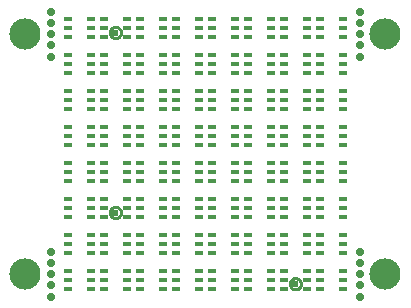
<source format=gbr>
G04 EAGLE Gerber RS-274X export*
G75*
%MOMM*%
%FSLAX34Y34*%
%LPD*%
%INSoldermask Top*%
%IPPOS*%
%AMOC8*
5,1,8,0,0,1.08239X$1,22.5*%
G01*
%ADD10C,2.641600*%
%ADD11C,0.701600*%
%ADD12R,0.801600X0.451600*%
%ADD13C,0.601600*%
%ADD14C,0.250000*%


D10*
X-25400Y25400D03*
D11*
X-3810Y6350D03*
X-3810Y15875D03*
X-3810Y25400D03*
X-3810Y44450D03*
X-3810Y34925D03*
D10*
X-25400Y228600D03*
D11*
X-3810Y209550D03*
X-3810Y219075D03*
X-3810Y228600D03*
X-3810Y247650D03*
X-3810Y238125D03*
D10*
X279400Y228600D03*
D11*
X257810Y247650D03*
X257810Y238125D03*
X257810Y228600D03*
X257810Y209550D03*
X257810Y219075D03*
D10*
X279400Y25400D03*
D11*
X257810Y44450D03*
X257810Y34925D03*
X257810Y25400D03*
X257810Y6350D03*
X257810Y15875D03*
D12*
X243180Y226180D03*
X243180Y233680D03*
X243180Y241180D03*
X224180Y241180D03*
X224180Y233680D03*
X224180Y226180D03*
X212700Y226180D03*
X212700Y233680D03*
X212700Y241180D03*
X193700Y241180D03*
X193700Y233680D03*
X193700Y226180D03*
X182220Y226180D03*
X182220Y233680D03*
X182220Y241180D03*
X163220Y241180D03*
X163220Y233680D03*
X163220Y226180D03*
X151740Y226180D03*
X151740Y233680D03*
X151740Y241180D03*
X132740Y241180D03*
X132740Y233680D03*
X132740Y226180D03*
X121260Y226180D03*
X121260Y233680D03*
X121260Y241180D03*
X102260Y241180D03*
X102260Y233680D03*
X102260Y226180D03*
X90780Y226180D03*
X90780Y233680D03*
X90780Y241180D03*
X71780Y241180D03*
X71780Y233680D03*
X71780Y226180D03*
X60300Y226180D03*
X60300Y233680D03*
X60300Y241180D03*
X41300Y241180D03*
X41300Y233680D03*
X41300Y226180D03*
X29820Y226180D03*
X29820Y233680D03*
X29820Y241180D03*
X10820Y241180D03*
X10820Y233680D03*
X10820Y226180D03*
X243180Y195700D03*
X243180Y203200D03*
X243180Y210700D03*
X224180Y210700D03*
X224180Y203200D03*
X224180Y195700D03*
X212700Y195700D03*
X212700Y203200D03*
X212700Y210700D03*
X193700Y210700D03*
X193700Y203200D03*
X193700Y195700D03*
X182220Y195700D03*
X182220Y203200D03*
X182220Y210700D03*
X163220Y210700D03*
X163220Y203200D03*
X163220Y195700D03*
X151740Y195700D03*
X151740Y203200D03*
X151740Y210700D03*
X132740Y210700D03*
X132740Y203200D03*
X132740Y195700D03*
X121260Y195700D03*
X121260Y203200D03*
X121260Y210700D03*
X102260Y210700D03*
X102260Y203200D03*
X102260Y195700D03*
X90780Y195700D03*
X90780Y203200D03*
X90780Y210700D03*
X71780Y210700D03*
X71780Y203200D03*
X71780Y195700D03*
X60300Y195700D03*
X60300Y203200D03*
X60300Y210700D03*
X41300Y210700D03*
X41300Y203200D03*
X41300Y195700D03*
X29820Y195700D03*
X29820Y203200D03*
X29820Y210700D03*
X10820Y210700D03*
X10820Y203200D03*
X10820Y195700D03*
X243180Y165220D03*
X243180Y172720D03*
X243180Y180220D03*
X224180Y180220D03*
X224180Y172720D03*
X224180Y165220D03*
X212700Y165220D03*
X212700Y172720D03*
X212700Y180220D03*
X193700Y180220D03*
X193700Y172720D03*
X193700Y165220D03*
X182220Y165220D03*
X182220Y172720D03*
X182220Y180220D03*
X163220Y180220D03*
X163220Y172720D03*
X163220Y165220D03*
X151740Y165220D03*
X151740Y172720D03*
X151740Y180220D03*
X132740Y180220D03*
X132740Y172720D03*
X132740Y165220D03*
X121260Y165220D03*
X121260Y172720D03*
X121260Y180220D03*
X102260Y180220D03*
X102260Y172720D03*
X102260Y165220D03*
X90780Y165220D03*
X90780Y172720D03*
X90780Y180220D03*
X71780Y180220D03*
X71780Y172720D03*
X71780Y165220D03*
X60300Y165220D03*
X60300Y172720D03*
X60300Y180220D03*
X41300Y180220D03*
X41300Y172720D03*
X41300Y165220D03*
X29820Y165220D03*
X29820Y172720D03*
X29820Y180220D03*
X10820Y180220D03*
X10820Y172720D03*
X10820Y165220D03*
X243180Y134740D03*
X243180Y142240D03*
X243180Y149740D03*
X224180Y149740D03*
X224180Y142240D03*
X224180Y134740D03*
X212700Y134740D03*
X212700Y142240D03*
X212700Y149740D03*
X193700Y149740D03*
X193700Y142240D03*
X193700Y134740D03*
X182220Y134740D03*
X182220Y142240D03*
X182220Y149740D03*
X163220Y149740D03*
X163220Y142240D03*
X163220Y134740D03*
X151740Y134740D03*
X151740Y142240D03*
X151740Y149740D03*
X132740Y149740D03*
X132740Y142240D03*
X132740Y134740D03*
X121260Y134740D03*
X121260Y142240D03*
X121260Y149740D03*
X102260Y149740D03*
X102260Y142240D03*
X102260Y134740D03*
X90780Y134740D03*
X90780Y142240D03*
X90780Y149740D03*
X71780Y149740D03*
X71780Y142240D03*
X71780Y134740D03*
X60300Y134740D03*
X60300Y142240D03*
X60300Y149740D03*
X41300Y149740D03*
X41300Y142240D03*
X41300Y134740D03*
X29820Y134740D03*
X29820Y142240D03*
X29820Y149740D03*
X10820Y149740D03*
X10820Y142240D03*
X10820Y134740D03*
X243180Y104260D03*
X243180Y111760D03*
X243180Y119260D03*
X224180Y119260D03*
X224180Y111760D03*
X224180Y104260D03*
X212700Y104260D03*
X212700Y111760D03*
X212700Y119260D03*
X193700Y119260D03*
X193700Y111760D03*
X193700Y104260D03*
X182220Y104260D03*
X182220Y111760D03*
X182220Y119260D03*
X163220Y119260D03*
X163220Y111760D03*
X163220Y104260D03*
X151740Y104260D03*
X151740Y111760D03*
X151740Y119260D03*
X132740Y119260D03*
X132740Y111760D03*
X132740Y104260D03*
X121260Y104260D03*
X121260Y111760D03*
X121260Y119260D03*
X102260Y119260D03*
X102260Y111760D03*
X102260Y104260D03*
X90780Y104260D03*
X90780Y111760D03*
X90780Y119260D03*
X71780Y119260D03*
X71780Y111760D03*
X71780Y104260D03*
X60300Y104260D03*
X60300Y111760D03*
X60300Y119260D03*
X41300Y119260D03*
X41300Y111760D03*
X41300Y104260D03*
X29820Y104260D03*
X29820Y111760D03*
X29820Y119260D03*
X10820Y119260D03*
X10820Y111760D03*
X10820Y104260D03*
X243180Y73780D03*
X243180Y81280D03*
X243180Y88780D03*
X224180Y88780D03*
X224180Y81280D03*
X224180Y73780D03*
X212700Y73780D03*
X212700Y81280D03*
X212700Y88780D03*
X193700Y88780D03*
X193700Y81280D03*
X193700Y73780D03*
X182220Y73780D03*
X182220Y81280D03*
X182220Y88780D03*
X163220Y88780D03*
X163220Y81280D03*
X163220Y73780D03*
X151740Y73780D03*
X151740Y81280D03*
X151740Y88780D03*
X132740Y88780D03*
X132740Y81280D03*
X132740Y73780D03*
X121260Y73780D03*
X121260Y81280D03*
X121260Y88780D03*
X102260Y88780D03*
X102260Y81280D03*
X102260Y73780D03*
X90780Y73780D03*
X90780Y81280D03*
X90780Y88780D03*
X71780Y88780D03*
X71780Y81280D03*
X71780Y73780D03*
X60300Y73780D03*
X60300Y81280D03*
X60300Y88780D03*
X41300Y88780D03*
X41300Y81280D03*
X41300Y73780D03*
X29820Y73780D03*
X29820Y81280D03*
X29820Y88780D03*
X10820Y88780D03*
X10820Y81280D03*
X10820Y73780D03*
X243180Y43300D03*
X243180Y50800D03*
X243180Y58300D03*
X224180Y58300D03*
X224180Y50800D03*
X224180Y43300D03*
X212700Y43300D03*
X212700Y50800D03*
X212700Y58300D03*
X193700Y58300D03*
X193700Y50800D03*
X193700Y43300D03*
X182220Y43300D03*
X182220Y50800D03*
X182220Y58300D03*
X163220Y58300D03*
X163220Y50800D03*
X163220Y43300D03*
X151740Y43300D03*
X151740Y50800D03*
X151740Y58300D03*
X132740Y58300D03*
X132740Y50800D03*
X132740Y43300D03*
X121260Y43300D03*
X121260Y50800D03*
X121260Y58300D03*
X102260Y58300D03*
X102260Y50800D03*
X102260Y43300D03*
X90780Y43300D03*
X90780Y50800D03*
X90780Y58300D03*
X71780Y58300D03*
X71780Y50800D03*
X71780Y43300D03*
X60300Y43300D03*
X60300Y50800D03*
X60300Y58300D03*
X41300Y58300D03*
X41300Y50800D03*
X41300Y43300D03*
X29820Y43300D03*
X29820Y50800D03*
X29820Y58300D03*
X10820Y58300D03*
X10820Y50800D03*
X10820Y43300D03*
X243180Y12820D03*
X243180Y20320D03*
X243180Y27820D03*
X224180Y27820D03*
X224180Y20320D03*
X224180Y12820D03*
X212700Y12820D03*
X212700Y20320D03*
X212700Y27820D03*
X193700Y27820D03*
X193700Y20320D03*
X193700Y12820D03*
X182220Y12820D03*
X182220Y20320D03*
X182220Y27820D03*
X163220Y27820D03*
X163220Y20320D03*
X163220Y12820D03*
X151740Y12820D03*
X151740Y20320D03*
X151740Y27820D03*
X132740Y27820D03*
X132740Y20320D03*
X132740Y12820D03*
X121260Y12820D03*
X121260Y20320D03*
X121260Y27820D03*
X102260Y27820D03*
X102260Y20320D03*
X102260Y12820D03*
X90780Y12820D03*
X90780Y20320D03*
X90780Y27820D03*
X71780Y27820D03*
X71780Y20320D03*
X71780Y12820D03*
X60300Y12820D03*
X60300Y20320D03*
X60300Y27820D03*
X41300Y27820D03*
X41300Y20320D03*
X41300Y12820D03*
X29820Y12820D03*
X29820Y20320D03*
X29820Y27820D03*
X10820Y27820D03*
X10820Y20320D03*
X10820Y12820D03*
D13*
X50800Y229870D03*
D14*
X50800Y234620D02*
X50664Y234618D01*
X50529Y234612D01*
X50394Y234603D01*
X50259Y234589D01*
X50124Y234572D01*
X49990Y234550D01*
X49857Y234525D01*
X49724Y234497D01*
X49592Y234464D01*
X49462Y234428D01*
X49332Y234388D01*
X49204Y234344D01*
X49077Y234296D01*
X48951Y234245D01*
X48827Y234191D01*
X48704Y234133D01*
X48583Y234071D01*
X48464Y234006D01*
X48347Y233938D01*
X48232Y233866D01*
X48119Y233791D01*
X48008Y233713D01*
X47899Y233632D01*
X47793Y233547D01*
X47689Y233460D01*
X47588Y233370D01*
X47490Y233276D01*
X47394Y233180D01*
X47300Y233082D01*
X47210Y232981D01*
X47123Y232877D01*
X47038Y232771D01*
X46957Y232662D01*
X46879Y232551D01*
X46804Y232438D01*
X46732Y232323D01*
X46664Y232206D01*
X46599Y232087D01*
X46537Y231966D01*
X46479Y231843D01*
X46425Y231719D01*
X46374Y231593D01*
X46326Y231466D01*
X46282Y231338D01*
X46242Y231208D01*
X46206Y231078D01*
X46173Y230946D01*
X46145Y230813D01*
X46120Y230680D01*
X46098Y230546D01*
X46081Y230411D01*
X46067Y230276D01*
X46058Y230141D01*
X46052Y230006D01*
X46050Y229870D01*
X50800Y234620D02*
X50937Y234615D01*
X51073Y234606D01*
X51209Y234593D01*
X51345Y234576D01*
X51480Y234555D01*
X51615Y234531D01*
X51749Y234502D01*
X51882Y234470D01*
X52014Y234435D01*
X52145Y234395D01*
X52275Y234352D01*
X52403Y234306D01*
X52530Y234255D01*
X52656Y234201D01*
X52780Y234144D01*
X52903Y234083D01*
X53024Y234019D01*
X53143Y233952D01*
X53260Y233881D01*
X53375Y233807D01*
X53488Y233729D01*
X53598Y233649D01*
X53707Y233565D01*
X53812Y233479D01*
X53916Y233389D01*
X54017Y233297D01*
X54115Y233202D01*
X54211Y233104D01*
X54304Y233004D01*
X54394Y232900D01*
X54481Y232795D01*
X54565Y232687D01*
X54646Y232577D01*
X54724Y232464D01*
X54798Y232350D01*
X54870Y232233D01*
X54938Y232114D01*
X55003Y231994D01*
X55064Y231872D01*
X55122Y231748D01*
X55176Y231622D01*
X55227Y231495D01*
X55274Y231367D01*
X55318Y231237D01*
X55358Y231106D01*
X55394Y230975D01*
X55427Y230842D01*
X55456Y230708D01*
X55481Y230574D01*
X55502Y230438D01*
X55520Y230303D01*
X55534Y230167D01*
X55544Y230030D01*
X55550Y229894D01*
X55552Y229757D01*
X55550Y229620D01*
X55545Y229486D01*
X55535Y229351D01*
X55522Y229217D01*
X55505Y229084D01*
X55483Y228951D01*
X55458Y228819D01*
X55429Y228687D01*
X55397Y228557D01*
X55360Y228427D01*
X55320Y228299D01*
X55276Y228171D01*
X55229Y228046D01*
X55177Y227921D01*
X55123Y227798D01*
X55064Y227677D01*
X55002Y227557D01*
X54937Y227440D01*
X54868Y227324D01*
X54796Y227210D01*
X54721Y227099D01*
X54642Y226990D01*
X54560Y226883D01*
X54476Y226778D01*
X54388Y226676D01*
X54297Y226577D01*
X54204Y226480D01*
X54107Y226386D01*
X54008Y226295D01*
X53907Y226207D01*
X53802Y226121D01*
X53696Y226039D01*
X53587Y225960D01*
X53476Y225884D01*
X53362Y225812D01*
X53247Y225743D01*
X53129Y225677D01*
X53010Y225614D01*
X52889Y225556D01*
X52766Y225500D01*
X52642Y225448D01*
X52517Y225400D01*
X52389Y225356D01*
X52261Y225315D01*
X52132Y225278D01*
X52001Y225245D01*
X51870Y225216D01*
X51738Y225190D01*
X51605Y225168D01*
X51472Y225150D01*
X51338Y225136D01*
X51204Y225126D01*
X51069Y225120D01*
X50935Y225118D01*
X50800Y225120D01*
X50664Y225122D01*
X50529Y225128D01*
X50394Y225137D01*
X50259Y225151D01*
X50124Y225168D01*
X49990Y225190D01*
X49857Y225215D01*
X49724Y225243D01*
X49592Y225276D01*
X49462Y225312D01*
X49332Y225352D01*
X49204Y225396D01*
X49077Y225444D01*
X48951Y225495D01*
X48827Y225549D01*
X48704Y225607D01*
X48583Y225669D01*
X48464Y225734D01*
X48347Y225802D01*
X48232Y225874D01*
X48119Y225949D01*
X48008Y226027D01*
X47899Y226108D01*
X47793Y226193D01*
X47689Y226280D01*
X47588Y226370D01*
X47490Y226464D01*
X47394Y226560D01*
X47300Y226658D01*
X47210Y226759D01*
X47123Y226863D01*
X47038Y226969D01*
X46957Y227078D01*
X46879Y227189D01*
X46804Y227302D01*
X46732Y227417D01*
X46664Y227534D01*
X46599Y227653D01*
X46537Y227774D01*
X46479Y227897D01*
X46425Y228021D01*
X46374Y228147D01*
X46326Y228274D01*
X46282Y228402D01*
X46242Y228532D01*
X46206Y228662D01*
X46173Y228794D01*
X46145Y228927D01*
X46120Y229060D01*
X46098Y229194D01*
X46081Y229329D01*
X46067Y229464D01*
X46058Y229599D01*
X46052Y229734D01*
X46050Y229870D01*
D13*
X203200Y17145D03*
D14*
X203200Y21895D02*
X203064Y21893D01*
X202929Y21887D01*
X202794Y21878D01*
X202659Y21864D01*
X202524Y21847D01*
X202390Y21825D01*
X202257Y21800D01*
X202124Y21772D01*
X201992Y21739D01*
X201862Y21703D01*
X201732Y21663D01*
X201604Y21619D01*
X201477Y21571D01*
X201351Y21520D01*
X201227Y21466D01*
X201104Y21408D01*
X200983Y21346D01*
X200864Y21281D01*
X200747Y21213D01*
X200632Y21141D01*
X200519Y21066D01*
X200408Y20988D01*
X200299Y20907D01*
X200193Y20822D01*
X200089Y20735D01*
X199988Y20645D01*
X199890Y20551D01*
X199794Y20455D01*
X199700Y20357D01*
X199610Y20256D01*
X199523Y20152D01*
X199438Y20046D01*
X199357Y19937D01*
X199279Y19826D01*
X199204Y19713D01*
X199132Y19598D01*
X199064Y19481D01*
X198999Y19362D01*
X198937Y19241D01*
X198879Y19118D01*
X198825Y18994D01*
X198774Y18868D01*
X198726Y18741D01*
X198682Y18613D01*
X198642Y18483D01*
X198606Y18353D01*
X198573Y18221D01*
X198545Y18088D01*
X198520Y17955D01*
X198498Y17821D01*
X198481Y17686D01*
X198467Y17551D01*
X198458Y17416D01*
X198452Y17281D01*
X198450Y17145D01*
X203200Y21895D02*
X203337Y21890D01*
X203473Y21881D01*
X203609Y21868D01*
X203745Y21851D01*
X203880Y21830D01*
X204015Y21806D01*
X204149Y21777D01*
X204282Y21745D01*
X204414Y21710D01*
X204545Y21670D01*
X204675Y21627D01*
X204803Y21581D01*
X204930Y21530D01*
X205056Y21476D01*
X205180Y21419D01*
X205303Y21358D01*
X205424Y21294D01*
X205543Y21227D01*
X205660Y21156D01*
X205775Y21082D01*
X205888Y21004D01*
X205998Y20924D01*
X206107Y20840D01*
X206212Y20754D01*
X206316Y20664D01*
X206417Y20572D01*
X206515Y20477D01*
X206611Y20379D01*
X206704Y20279D01*
X206794Y20175D01*
X206881Y20070D01*
X206965Y19962D01*
X207046Y19852D01*
X207124Y19739D01*
X207198Y19625D01*
X207270Y19508D01*
X207338Y19389D01*
X207403Y19269D01*
X207464Y19147D01*
X207522Y19023D01*
X207576Y18897D01*
X207627Y18770D01*
X207674Y18642D01*
X207718Y18512D01*
X207758Y18381D01*
X207794Y18250D01*
X207827Y18117D01*
X207856Y17983D01*
X207881Y17849D01*
X207902Y17713D01*
X207920Y17578D01*
X207934Y17442D01*
X207944Y17305D01*
X207950Y17169D01*
X207952Y17032D01*
X207950Y16895D01*
X207945Y16761D01*
X207935Y16626D01*
X207922Y16492D01*
X207905Y16359D01*
X207883Y16226D01*
X207858Y16094D01*
X207829Y15962D01*
X207797Y15832D01*
X207760Y15702D01*
X207720Y15574D01*
X207676Y15446D01*
X207629Y15321D01*
X207577Y15196D01*
X207523Y15073D01*
X207464Y14952D01*
X207402Y14832D01*
X207337Y14715D01*
X207268Y14599D01*
X207196Y14485D01*
X207121Y14374D01*
X207042Y14265D01*
X206960Y14158D01*
X206876Y14053D01*
X206788Y13951D01*
X206697Y13852D01*
X206604Y13755D01*
X206507Y13661D01*
X206408Y13570D01*
X206307Y13482D01*
X206202Y13396D01*
X206096Y13314D01*
X205987Y13235D01*
X205876Y13159D01*
X205762Y13087D01*
X205647Y13018D01*
X205529Y12952D01*
X205410Y12889D01*
X205289Y12831D01*
X205166Y12775D01*
X205042Y12723D01*
X204917Y12675D01*
X204789Y12631D01*
X204661Y12590D01*
X204532Y12553D01*
X204401Y12520D01*
X204270Y12491D01*
X204138Y12465D01*
X204005Y12443D01*
X203872Y12425D01*
X203738Y12411D01*
X203604Y12401D01*
X203469Y12395D01*
X203335Y12393D01*
X203200Y12395D01*
X203064Y12397D01*
X202929Y12403D01*
X202794Y12412D01*
X202659Y12426D01*
X202524Y12443D01*
X202390Y12465D01*
X202257Y12490D01*
X202124Y12518D01*
X201992Y12551D01*
X201862Y12587D01*
X201732Y12627D01*
X201604Y12671D01*
X201477Y12719D01*
X201351Y12770D01*
X201227Y12824D01*
X201104Y12882D01*
X200983Y12944D01*
X200864Y13009D01*
X200747Y13077D01*
X200632Y13149D01*
X200519Y13224D01*
X200408Y13302D01*
X200299Y13383D01*
X200193Y13468D01*
X200089Y13555D01*
X199988Y13645D01*
X199890Y13739D01*
X199794Y13835D01*
X199700Y13933D01*
X199610Y14034D01*
X199523Y14138D01*
X199438Y14244D01*
X199357Y14353D01*
X199279Y14464D01*
X199204Y14577D01*
X199132Y14692D01*
X199064Y14809D01*
X198999Y14928D01*
X198937Y15049D01*
X198879Y15172D01*
X198825Y15296D01*
X198774Y15422D01*
X198726Y15549D01*
X198682Y15677D01*
X198642Y15807D01*
X198606Y15937D01*
X198573Y16069D01*
X198545Y16202D01*
X198520Y16335D01*
X198498Y16469D01*
X198481Y16604D01*
X198467Y16739D01*
X198458Y16874D01*
X198452Y17009D01*
X198450Y17145D01*
D13*
X50800Y77470D03*
D14*
X50800Y82220D02*
X50664Y82218D01*
X50529Y82212D01*
X50394Y82203D01*
X50259Y82189D01*
X50124Y82172D01*
X49990Y82150D01*
X49857Y82125D01*
X49724Y82097D01*
X49592Y82064D01*
X49462Y82028D01*
X49332Y81988D01*
X49204Y81944D01*
X49077Y81896D01*
X48951Y81845D01*
X48827Y81791D01*
X48704Y81733D01*
X48583Y81671D01*
X48464Y81606D01*
X48347Y81538D01*
X48232Y81466D01*
X48119Y81391D01*
X48008Y81313D01*
X47899Y81232D01*
X47793Y81147D01*
X47689Y81060D01*
X47588Y80970D01*
X47490Y80876D01*
X47394Y80780D01*
X47300Y80682D01*
X47210Y80581D01*
X47123Y80477D01*
X47038Y80371D01*
X46957Y80262D01*
X46879Y80151D01*
X46804Y80038D01*
X46732Y79923D01*
X46664Y79806D01*
X46599Y79687D01*
X46537Y79566D01*
X46479Y79443D01*
X46425Y79319D01*
X46374Y79193D01*
X46326Y79066D01*
X46282Y78938D01*
X46242Y78808D01*
X46206Y78678D01*
X46173Y78546D01*
X46145Y78413D01*
X46120Y78280D01*
X46098Y78146D01*
X46081Y78011D01*
X46067Y77876D01*
X46058Y77741D01*
X46052Y77606D01*
X46050Y77470D01*
X50800Y82220D02*
X50937Y82215D01*
X51073Y82206D01*
X51209Y82193D01*
X51345Y82176D01*
X51480Y82155D01*
X51615Y82131D01*
X51749Y82102D01*
X51882Y82070D01*
X52014Y82035D01*
X52145Y81995D01*
X52275Y81952D01*
X52403Y81906D01*
X52530Y81855D01*
X52656Y81801D01*
X52780Y81744D01*
X52903Y81683D01*
X53024Y81619D01*
X53143Y81552D01*
X53260Y81481D01*
X53375Y81407D01*
X53488Y81329D01*
X53598Y81249D01*
X53707Y81165D01*
X53812Y81079D01*
X53916Y80989D01*
X54017Y80897D01*
X54115Y80802D01*
X54211Y80704D01*
X54304Y80604D01*
X54394Y80500D01*
X54481Y80395D01*
X54565Y80287D01*
X54646Y80177D01*
X54724Y80064D01*
X54798Y79950D01*
X54870Y79833D01*
X54938Y79714D01*
X55003Y79594D01*
X55064Y79472D01*
X55122Y79348D01*
X55176Y79222D01*
X55227Y79095D01*
X55274Y78967D01*
X55318Y78837D01*
X55358Y78706D01*
X55394Y78575D01*
X55427Y78442D01*
X55456Y78308D01*
X55481Y78174D01*
X55502Y78038D01*
X55520Y77903D01*
X55534Y77767D01*
X55544Y77630D01*
X55550Y77494D01*
X55552Y77357D01*
X55550Y77220D01*
X55545Y77086D01*
X55535Y76951D01*
X55522Y76817D01*
X55505Y76684D01*
X55483Y76551D01*
X55458Y76419D01*
X55429Y76287D01*
X55397Y76157D01*
X55360Y76027D01*
X55320Y75899D01*
X55276Y75771D01*
X55229Y75646D01*
X55177Y75521D01*
X55123Y75398D01*
X55064Y75277D01*
X55002Y75157D01*
X54937Y75040D01*
X54868Y74924D01*
X54796Y74810D01*
X54721Y74699D01*
X54642Y74590D01*
X54560Y74483D01*
X54476Y74378D01*
X54388Y74276D01*
X54297Y74177D01*
X54204Y74080D01*
X54107Y73986D01*
X54008Y73895D01*
X53907Y73807D01*
X53802Y73721D01*
X53696Y73639D01*
X53587Y73560D01*
X53476Y73484D01*
X53362Y73412D01*
X53247Y73343D01*
X53129Y73277D01*
X53010Y73214D01*
X52889Y73156D01*
X52766Y73100D01*
X52642Y73048D01*
X52517Y73000D01*
X52389Y72956D01*
X52261Y72915D01*
X52132Y72878D01*
X52001Y72845D01*
X51870Y72816D01*
X51738Y72790D01*
X51605Y72768D01*
X51472Y72750D01*
X51338Y72736D01*
X51204Y72726D01*
X51069Y72720D01*
X50935Y72718D01*
X50800Y72720D01*
X50664Y72722D01*
X50529Y72728D01*
X50394Y72737D01*
X50259Y72751D01*
X50124Y72768D01*
X49990Y72790D01*
X49857Y72815D01*
X49724Y72843D01*
X49592Y72876D01*
X49462Y72912D01*
X49332Y72952D01*
X49204Y72996D01*
X49077Y73044D01*
X48951Y73095D01*
X48827Y73149D01*
X48704Y73207D01*
X48583Y73269D01*
X48464Y73334D01*
X48347Y73402D01*
X48232Y73474D01*
X48119Y73549D01*
X48008Y73627D01*
X47899Y73708D01*
X47793Y73793D01*
X47689Y73880D01*
X47588Y73970D01*
X47490Y74064D01*
X47394Y74160D01*
X47300Y74258D01*
X47210Y74359D01*
X47123Y74463D01*
X47038Y74569D01*
X46957Y74678D01*
X46879Y74789D01*
X46804Y74902D01*
X46732Y75017D01*
X46664Y75134D01*
X46599Y75253D01*
X46537Y75374D01*
X46479Y75497D01*
X46425Y75621D01*
X46374Y75747D01*
X46326Y75874D01*
X46282Y76002D01*
X46242Y76132D01*
X46206Y76262D01*
X46173Y76394D01*
X46145Y76527D01*
X46120Y76660D01*
X46098Y76794D01*
X46081Y76929D01*
X46067Y77064D01*
X46058Y77199D01*
X46052Y77334D01*
X46050Y77470D01*
M02*

</source>
